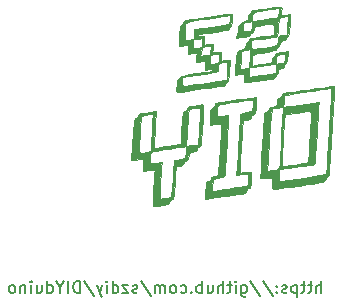
<source format=gbr>
G04 #@! TF.FileFunction,Legend,Bot*
%FSLAX46Y46*%
G04 Gerber Fmt 4.6, Leading zero omitted, Abs format (unit mm)*
G04 Created by KiCad (PCBNEW 4.0.5+dfsg1-4) date Mon Jun 12 21:47:57 2017*
%MOMM*%
%LPD*%
G01*
G04 APERTURE LIST*
%ADD10C,0.100000*%
%ADD11C,0.150000*%
%ADD12C,0.010000*%
G04 APERTURE END LIST*
D10*
D11*
X170568876Y-120111781D02*
X170568876Y-119111781D01*
X170140304Y-120111781D02*
X170140304Y-119587971D01*
X170187923Y-119492733D01*
X170283161Y-119445114D01*
X170426019Y-119445114D01*
X170521257Y-119492733D01*
X170568876Y-119540352D01*
X169806971Y-119445114D02*
X169426019Y-119445114D01*
X169664114Y-119111781D02*
X169664114Y-119968924D01*
X169616495Y-120064162D01*
X169521257Y-120111781D01*
X169426019Y-120111781D01*
X169235542Y-119445114D02*
X168854590Y-119445114D01*
X169092685Y-119111781D02*
X169092685Y-119968924D01*
X169045066Y-120064162D01*
X168949828Y-120111781D01*
X168854590Y-120111781D01*
X168521256Y-119445114D02*
X168521256Y-120445114D01*
X168521256Y-119492733D02*
X168426018Y-119445114D01*
X168235541Y-119445114D01*
X168140303Y-119492733D01*
X168092684Y-119540352D01*
X168045065Y-119635590D01*
X168045065Y-119921305D01*
X168092684Y-120016543D01*
X168140303Y-120064162D01*
X168235541Y-120111781D01*
X168426018Y-120111781D01*
X168521256Y-120064162D01*
X167664113Y-120064162D02*
X167568875Y-120111781D01*
X167378399Y-120111781D01*
X167283160Y-120064162D01*
X167235541Y-119968924D01*
X167235541Y-119921305D01*
X167283160Y-119826067D01*
X167378399Y-119778448D01*
X167521256Y-119778448D01*
X167616494Y-119730829D01*
X167664113Y-119635590D01*
X167664113Y-119587971D01*
X167616494Y-119492733D01*
X167521256Y-119445114D01*
X167378399Y-119445114D01*
X167283160Y-119492733D01*
X166806970Y-120016543D02*
X166759351Y-120064162D01*
X166806970Y-120111781D01*
X166854589Y-120064162D01*
X166806970Y-120016543D01*
X166806970Y-120111781D01*
X166806970Y-119492733D02*
X166759351Y-119540352D01*
X166806970Y-119587971D01*
X166854589Y-119540352D01*
X166806970Y-119492733D01*
X166806970Y-119587971D01*
X165616494Y-119064162D02*
X166473637Y-120349876D01*
X164568875Y-119064162D02*
X165426018Y-120349876D01*
X163806970Y-119445114D02*
X163806970Y-120254638D01*
X163854589Y-120349876D01*
X163902208Y-120397495D01*
X163997447Y-120445114D01*
X164140304Y-120445114D01*
X164235542Y-120397495D01*
X163806970Y-120064162D02*
X163902208Y-120111781D01*
X164092685Y-120111781D01*
X164187923Y-120064162D01*
X164235542Y-120016543D01*
X164283161Y-119921305D01*
X164283161Y-119635590D01*
X164235542Y-119540352D01*
X164187923Y-119492733D01*
X164092685Y-119445114D01*
X163902208Y-119445114D01*
X163806970Y-119492733D01*
X163330780Y-120111781D02*
X163330780Y-119445114D01*
X163330780Y-119111781D02*
X163378399Y-119159400D01*
X163330780Y-119207019D01*
X163283161Y-119159400D01*
X163330780Y-119111781D01*
X163330780Y-119207019D01*
X162997447Y-119445114D02*
X162616495Y-119445114D01*
X162854590Y-119111781D02*
X162854590Y-119968924D01*
X162806971Y-120064162D01*
X162711733Y-120111781D01*
X162616495Y-120111781D01*
X162283161Y-120111781D02*
X162283161Y-119111781D01*
X161854589Y-120111781D02*
X161854589Y-119587971D01*
X161902208Y-119492733D01*
X161997446Y-119445114D01*
X162140304Y-119445114D01*
X162235542Y-119492733D01*
X162283161Y-119540352D01*
X160949827Y-119445114D02*
X160949827Y-120111781D01*
X161378399Y-119445114D02*
X161378399Y-119968924D01*
X161330780Y-120064162D01*
X161235542Y-120111781D01*
X161092684Y-120111781D01*
X160997446Y-120064162D01*
X160949827Y-120016543D01*
X160473637Y-120111781D02*
X160473637Y-119111781D01*
X160473637Y-119492733D02*
X160378399Y-119445114D01*
X160187922Y-119445114D01*
X160092684Y-119492733D01*
X160045065Y-119540352D01*
X159997446Y-119635590D01*
X159997446Y-119921305D01*
X160045065Y-120016543D01*
X160092684Y-120064162D01*
X160187922Y-120111781D01*
X160378399Y-120111781D01*
X160473637Y-120064162D01*
X159568875Y-120016543D02*
X159521256Y-120064162D01*
X159568875Y-120111781D01*
X159616494Y-120064162D01*
X159568875Y-120016543D01*
X159568875Y-120111781D01*
X158664113Y-120064162D02*
X158759351Y-120111781D01*
X158949828Y-120111781D01*
X159045066Y-120064162D01*
X159092685Y-120016543D01*
X159140304Y-119921305D01*
X159140304Y-119635590D01*
X159092685Y-119540352D01*
X159045066Y-119492733D01*
X158949828Y-119445114D01*
X158759351Y-119445114D01*
X158664113Y-119492733D01*
X158092685Y-120111781D02*
X158187923Y-120064162D01*
X158235542Y-120016543D01*
X158283161Y-119921305D01*
X158283161Y-119635590D01*
X158235542Y-119540352D01*
X158187923Y-119492733D01*
X158092685Y-119445114D01*
X157949827Y-119445114D01*
X157854589Y-119492733D01*
X157806970Y-119540352D01*
X157759351Y-119635590D01*
X157759351Y-119921305D01*
X157806970Y-120016543D01*
X157854589Y-120064162D01*
X157949827Y-120111781D01*
X158092685Y-120111781D01*
X157330780Y-120111781D02*
X157330780Y-119445114D01*
X157330780Y-119540352D02*
X157283161Y-119492733D01*
X157187923Y-119445114D01*
X157045065Y-119445114D01*
X156949827Y-119492733D01*
X156902208Y-119587971D01*
X156902208Y-120111781D01*
X156902208Y-119587971D02*
X156854589Y-119492733D01*
X156759351Y-119445114D01*
X156616494Y-119445114D01*
X156521256Y-119492733D01*
X156473637Y-119587971D01*
X156473637Y-120111781D01*
X155283161Y-119064162D02*
X156140304Y-120349876D01*
X154997447Y-120064162D02*
X154902209Y-120111781D01*
X154711733Y-120111781D01*
X154616494Y-120064162D01*
X154568875Y-119968924D01*
X154568875Y-119921305D01*
X154616494Y-119826067D01*
X154711733Y-119778448D01*
X154854590Y-119778448D01*
X154949828Y-119730829D01*
X154997447Y-119635590D01*
X154997447Y-119587971D01*
X154949828Y-119492733D01*
X154854590Y-119445114D01*
X154711733Y-119445114D01*
X154616494Y-119492733D01*
X154235542Y-119445114D02*
X153711732Y-119445114D01*
X154235542Y-120111781D01*
X153711732Y-120111781D01*
X152902208Y-120111781D02*
X152902208Y-119111781D01*
X152902208Y-120064162D02*
X152997446Y-120111781D01*
X153187923Y-120111781D01*
X153283161Y-120064162D01*
X153330780Y-120016543D01*
X153378399Y-119921305D01*
X153378399Y-119635590D01*
X153330780Y-119540352D01*
X153283161Y-119492733D01*
X153187923Y-119445114D01*
X152997446Y-119445114D01*
X152902208Y-119492733D01*
X152426018Y-120111781D02*
X152426018Y-119445114D01*
X152426018Y-119111781D02*
X152473637Y-119159400D01*
X152426018Y-119207019D01*
X152378399Y-119159400D01*
X152426018Y-119111781D01*
X152426018Y-119207019D01*
X152045066Y-119445114D02*
X151806971Y-120111781D01*
X151568875Y-119445114D02*
X151806971Y-120111781D01*
X151902209Y-120349876D01*
X151949828Y-120397495D01*
X152045066Y-120445114D01*
X150473637Y-119064162D02*
X151330780Y-120349876D01*
X150140304Y-120111781D02*
X150140304Y-119111781D01*
X149902209Y-119111781D01*
X149759351Y-119159400D01*
X149664113Y-119254638D01*
X149616494Y-119349876D01*
X149568875Y-119540352D01*
X149568875Y-119683210D01*
X149616494Y-119873686D01*
X149664113Y-119968924D01*
X149759351Y-120064162D01*
X149902209Y-120111781D01*
X150140304Y-120111781D01*
X149140304Y-120111781D02*
X149140304Y-119111781D01*
X148473638Y-119635590D02*
X148473638Y-120111781D01*
X148806971Y-119111781D02*
X148473638Y-119635590D01*
X148140304Y-119111781D01*
X147378399Y-120111781D02*
X147378399Y-119111781D01*
X147378399Y-120064162D02*
X147473637Y-120111781D01*
X147664114Y-120111781D01*
X147759352Y-120064162D01*
X147806971Y-120016543D01*
X147854590Y-119921305D01*
X147854590Y-119635590D01*
X147806971Y-119540352D01*
X147759352Y-119492733D01*
X147664114Y-119445114D01*
X147473637Y-119445114D01*
X147378399Y-119492733D01*
X146473637Y-119445114D02*
X146473637Y-120111781D01*
X146902209Y-119445114D02*
X146902209Y-119968924D01*
X146854590Y-120064162D01*
X146759352Y-120111781D01*
X146616494Y-120111781D01*
X146521256Y-120064162D01*
X146473637Y-120016543D01*
X145997447Y-120111781D02*
X145997447Y-119445114D01*
X145997447Y-119111781D02*
X146045066Y-119159400D01*
X145997447Y-119207019D01*
X145949828Y-119159400D01*
X145997447Y-119111781D01*
X145997447Y-119207019D01*
X145521257Y-119445114D02*
X145521257Y-120111781D01*
X145521257Y-119540352D02*
X145473638Y-119492733D01*
X145378400Y-119445114D01*
X145235542Y-119445114D01*
X145140304Y-119492733D01*
X145092685Y-119587971D01*
X145092685Y-120111781D01*
X144473638Y-120111781D02*
X144568876Y-120064162D01*
X144616495Y-120016543D01*
X144664114Y-119921305D01*
X144664114Y-119635590D01*
X144616495Y-119540352D01*
X144568876Y-119492733D01*
X144473638Y-119445114D01*
X144330780Y-119445114D01*
X144235542Y-119492733D01*
X144187923Y-119540352D01*
X144140304Y-119635590D01*
X144140304Y-119921305D01*
X144187923Y-120016543D01*
X144235542Y-120064162D01*
X144330780Y-120111781D01*
X144473638Y-120111781D01*
D12*
G36*
X160427275Y-104160594D02*
X160289622Y-104191458D01*
X160040662Y-104229793D01*
X159773820Y-104262730D01*
X159475415Y-104302513D01*
X159306618Y-104350402D01*
X159227956Y-104423722D01*
X159203278Y-104513167D01*
X159137432Y-104662108D01*
X159058090Y-104703667D01*
X158962031Y-104731246D01*
X158887716Y-104827669D01*
X158830659Y-105013462D01*
X158786378Y-105309154D01*
X158750387Y-105735272D01*
X158721522Y-106244304D01*
X158659981Y-107488609D01*
X158437157Y-107533971D01*
X158284930Y-107560589D01*
X158020601Y-107602791D01*
X157685784Y-107654362D01*
X157322095Y-107709087D01*
X156971146Y-107760752D01*
X156674551Y-107803142D01*
X156473926Y-107830043D01*
X156412432Y-107836333D01*
X156401630Y-107758294D01*
X156403612Y-107549601D01*
X156417604Y-107248390D01*
X156427428Y-107095500D01*
X156457258Y-106646650D01*
X156489827Y-106127103D01*
X156518998Y-105635261D01*
X156524138Y-105544346D01*
X156557607Y-104945721D01*
X156332109Y-104945721D01*
X156279371Y-105692527D01*
X156248086Y-106141216D01*
X156212377Y-106661935D01*
X156178879Y-107157741D01*
X156171917Y-107262105D01*
X156117201Y-108084877D01*
X155768767Y-108163205D01*
X155467313Y-108230104D01*
X155274275Y-108250816D01*
X155168350Y-108200008D01*
X155128236Y-108052349D01*
X155132631Y-107782505D01*
X155155716Y-107434167D01*
X155201189Y-106750291D01*
X155237618Y-106216445D01*
X155267736Y-105813734D01*
X155294274Y-105523265D01*
X155319964Y-105326144D01*
X155347536Y-105203477D01*
X155379724Y-105136369D01*
X155419257Y-105105927D01*
X155468868Y-105093258D01*
X155494844Y-105088394D01*
X155697967Y-105050707D01*
X155962402Y-105005558D01*
X156003221Y-104998905D01*
X156332109Y-104945721D01*
X156557607Y-104945721D01*
X156569444Y-104734025D01*
X156079555Y-104791959D01*
X155632527Y-104850925D01*
X155329816Y-104908496D01*
X155146675Y-104972803D01*
X155058356Y-105051976D01*
X155039333Y-105133727D01*
X154975536Y-105271575D01*
X154882491Y-105296333D01*
X154827400Y-105308324D01*
X154781926Y-105356109D01*
X154743785Y-105457408D01*
X154710695Y-105629939D01*
X154680373Y-105891423D01*
X154650536Y-106259579D01*
X154618901Y-106752125D01*
X154583185Y-107386782D01*
X154561956Y-107784277D01*
X154504303Y-108875222D01*
X155462667Y-108755482D01*
X155462667Y-109781070D01*
X155982078Y-109726781D01*
X156501490Y-109672492D01*
X156450934Y-110130246D01*
X156426575Y-110397287D01*
X156398142Y-110781126D01*
X156369254Y-111229403D01*
X156344673Y-111667500D01*
X156288966Y-112747000D01*
X156531983Y-112736942D01*
X156759682Y-112715545D01*
X157062340Y-112672621D01*
X157215650Y-112646430D01*
X157517359Y-112568323D01*
X157675534Y-112465226D01*
X157706814Y-112406819D01*
X157823001Y-112248502D01*
X157912533Y-112198402D01*
X157991249Y-112146900D01*
X158045713Y-112029807D01*
X158084707Y-111813955D01*
X158117016Y-111466178D01*
X158121085Y-111410904D01*
X158153792Y-110962694D01*
X158189826Y-110475621D01*
X158221793Y-110049571D01*
X158223954Y-110021110D01*
X158273475Y-109369553D01*
X158582571Y-109343776D01*
X158799688Y-109303136D01*
X158898057Y-109208974D01*
X158918722Y-109127500D01*
X158984568Y-108978558D01*
X159063910Y-108937000D01*
X159204252Y-108861056D01*
X159311351Y-108667954D01*
X159357147Y-108409791D01*
X159357333Y-108392233D01*
X159390760Y-108227799D01*
X159521551Y-108176089D01*
X159562075Y-108175000D01*
X159861751Y-108134129D01*
X160013748Y-108011260D01*
X160034667Y-107911941D01*
X160087980Y-107779672D01*
X160156670Y-107751667D01*
X160302750Y-107697120D01*
X160333798Y-107662473D01*
X160356486Y-107553515D01*
X160385467Y-107308529D01*
X160418557Y-106959022D01*
X160453575Y-106536499D01*
X160488338Y-106072467D01*
X160520663Y-105598431D01*
X160548368Y-105145897D01*
X160569269Y-104746373D01*
X160577392Y-104531633D01*
X160321712Y-104531633D01*
X160312539Y-104758614D01*
X160295537Y-105088893D01*
X160272755Y-105489684D01*
X160246243Y-105928198D01*
X160218050Y-106371648D01*
X160190225Y-106787247D01*
X160164818Y-107142207D01*
X160143879Y-107403741D01*
X160129456Y-107539062D01*
X160126648Y-107550230D01*
X160046052Y-107564320D01*
X159844061Y-107590581D01*
X159615276Y-107617489D01*
X159111219Y-107674516D01*
X159086109Y-108199925D01*
X159061000Y-108725333D01*
X158610962Y-108780260D01*
X158352109Y-108818036D01*
X158170696Y-108856055D01*
X158120060Y-108876051D01*
X158101915Y-108969676D01*
X158076476Y-109204770D01*
X158046156Y-109553747D01*
X158013368Y-109989021D01*
X157982990Y-110443665D01*
X157886783Y-111970415D01*
X157415558Y-112051506D01*
X157153162Y-112097504D01*
X156968083Y-112131529D01*
X156911229Y-112143466D01*
X156902992Y-112068276D01*
X156903642Y-111854687D01*
X156912551Y-111533365D01*
X156929086Y-111134977D01*
X156934060Y-111032500D01*
X156959474Y-110566622D01*
X156987780Y-110118355D01*
X157015596Y-109737538D01*
X157039536Y-109474013D01*
X157040385Y-109466449D01*
X157090774Y-109022231D01*
X156573054Y-109076343D01*
X156055333Y-109130456D01*
X156055333Y-108874978D01*
X156073435Y-108588796D01*
X156105774Y-108367299D01*
X156137654Y-108245241D01*
X156197498Y-108164441D01*
X156320415Y-108108912D01*
X156541519Y-108062668D01*
X156888940Y-108010717D01*
X157284774Y-107951993D01*
X157672239Y-107890610D01*
X157979365Y-107838049D01*
X158028001Y-107829001D01*
X158340494Y-107781261D01*
X158637998Y-107754067D01*
X158721504Y-107751667D01*
X158935875Y-107722950D01*
X159070480Y-107653089D01*
X159075751Y-107645833D01*
X159102961Y-107529829D01*
X159136341Y-107274664D01*
X159172827Y-106910260D01*
X159209353Y-106466538D01*
X159236244Y-106079226D01*
X159269270Y-105599476D01*
X159302560Y-105180620D01*
X159333500Y-104851021D01*
X159359473Y-104639042D01*
X159375129Y-104572982D01*
X159483274Y-104530171D01*
X159689179Y-104486192D01*
X159933420Y-104449352D01*
X160156572Y-104427959D01*
X160299210Y-104430323D01*
X160321007Y-104440739D01*
X160321712Y-104531633D01*
X160577392Y-104531633D01*
X160581185Y-104431363D01*
X160581933Y-104232373D01*
X160575076Y-104179609D01*
X160475546Y-104148725D01*
X160427275Y-104160594D01*
X160427275Y-104160594D01*
G37*
X160427275Y-104160594D02*
X160289622Y-104191458D01*
X160040662Y-104229793D01*
X159773820Y-104262730D01*
X159475415Y-104302513D01*
X159306618Y-104350402D01*
X159227956Y-104423722D01*
X159203278Y-104513167D01*
X159137432Y-104662108D01*
X159058090Y-104703667D01*
X158962031Y-104731246D01*
X158887716Y-104827669D01*
X158830659Y-105013462D01*
X158786378Y-105309154D01*
X158750387Y-105735272D01*
X158721522Y-106244304D01*
X158659981Y-107488609D01*
X158437157Y-107533971D01*
X158284930Y-107560589D01*
X158020601Y-107602791D01*
X157685784Y-107654362D01*
X157322095Y-107709087D01*
X156971146Y-107760752D01*
X156674551Y-107803142D01*
X156473926Y-107830043D01*
X156412432Y-107836333D01*
X156401630Y-107758294D01*
X156403612Y-107549601D01*
X156417604Y-107248390D01*
X156427428Y-107095500D01*
X156457258Y-106646650D01*
X156489827Y-106127103D01*
X156518998Y-105635261D01*
X156524138Y-105544346D01*
X156557607Y-104945721D01*
X156332109Y-104945721D01*
X156279371Y-105692527D01*
X156248086Y-106141216D01*
X156212377Y-106661935D01*
X156178879Y-107157741D01*
X156171917Y-107262105D01*
X156117201Y-108084877D01*
X155768767Y-108163205D01*
X155467313Y-108230104D01*
X155274275Y-108250816D01*
X155168350Y-108200008D01*
X155128236Y-108052349D01*
X155132631Y-107782505D01*
X155155716Y-107434167D01*
X155201189Y-106750291D01*
X155237618Y-106216445D01*
X155267736Y-105813734D01*
X155294274Y-105523265D01*
X155319964Y-105326144D01*
X155347536Y-105203477D01*
X155379724Y-105136369D01*
X155419257Y-105105927D01*
X155468868Y-105093258D01*
X155494844Y-105088394D01*
X155697967Y-105050707D01*
X155962402Y-105005558D01*
X156003221Y-104998905D01*
X156332109Y-104945721D01*
X156557607Y-104945721D01*
X156569444Y-104734025D01*
X156079555Y-104791959D01*
X155632527Y-104850925D01*
X155329816Y-104908496D01*
X155146675Y-104972803D01*
X155058356Y-105051976D01*
X155039333Y-105133727D01*
X154975536Y-105271575D01*
X154882491Y-105296333D01*
X154827400Y-105308324D01*
X154781926Y-105356109D01*
X154743785Y-105457408D01*
X154710695Y-105629939D01*
X154680373Y-105891423D01*
X154650536Y-106259579D01*
X154618901Y-106752125D01*
X154583185Y-107386782D01*
X154561956Y-107784277D01*
X154504303Y-108875222D01*
X155462667Y-108755482D01*
X155462667Y-109781070D01*
X155982078Y-109726781D01*
X156501490Y-109672492D01*
X156450934Y-110130246D01*
X156426575Y-110397287D01*
X156398142Y-110781126D01*
X156369254Y-111229403D01*
X156344673Y-111667500D01*
X156288966Y-112747000D01*
X156531983Y-112736942D01*
X156759682Y-112715545D01*
X157062340Y-112672621D01*
X157215650Y-112646430D01*
X157517359Y-112568323D01*
X157675534Y-112465226D01*
X157706814Y-112406819D01*
X157823001Y-112248502D01*
X157912533Y-112198402D01*
X157991249Y-112146900D01*
X158045713Y-112029807D01*
X158084707Y-111813955D01*
X158117016Y-111466178D01*
X158121085Y-111410904D01*
X158153792Y-110962694D01*
X158189826Y-110475621D01*
X158221793Y-110049571D01*
X158223954Y-110021110D01*
X158273475Y-109369553D01*
X158582571Y-109343776D01*
X158799688Y-109303136D01*
X158898057Y-109208974D01*
X158918722Y-109127500D01*
X158984568Y-108978558D01*
X159063910Y-108937000D01*
X159204252Y-108861056D01*
X159311351Y-108667954D01*
X159357147Y-108409791D01*
X159357333Y-108392233D01*
X159390760Y-108227799D01*
X159521551Y-108176089D01*
X159562075Y-108175000D01*
X159861751Y-108134129D01*
X160013748Y-108011260D01*
X160034667Y-107911941D01*
X160087980Y-107779672D01*
X160156670Y-107751667D01*
X160302750Y-107697120D01*
X160333798Y-107662473D01*
X160356486Y-107553515D01*
X160385467Y-107308529D01*
X160418557Y-106959022D01*
X160453575Y-106536499D01*
X160488338Y-106072467D01*
X160520663Y-105598431D01*
X160548368Y-105145897D01*
X160569269Y-104746373D01*
X160577392Y-104531633D01*
X160321712Y-104531633D01*
X160312539Y-104758614D01*
X160295537Y-105088893D01*
X160272755Y-105489684D01*
X160246243Y-105928198D01*
X160218050Y-106371648D01*
X160190225Y-106787247D01*
X160164818Y-107142207D01*
X160143879Y-107403741D01*
X160129456Y-107539062D01*
X160126648Y-107550230D01*
X160046052Y-107564320D01*
X159844061Y-107590581D01*
X159615276Y-107617489D01*
X159111219Y-107674516D01*
X159086109Y-108199925D01*
X159061000Y-108725333D01*
X158610962Y-108780260D01*
X158352109Y-108818036D01*
X158170696Y-108856055D01*
X158120060Y-108876051D01*
X158101915Y-108969676D01*
X158076476Y-109204770D01*
X158046156Y-109553747D01*
X158013368Y-109989021D01*
X157982990Y-110443665D01*
X157886783Y-111970415D01*
X157415558Y-112051506D01*
X157153162Y-112097504D01*
X156968083Y-112131529D01*
X156911229Y-112143466D01*
X156902992Y-112068276D01*
X156903642Y-111854687D01*
X156912551Y-111533365D01*
X156929086Y-111134977D01*
X156934060Y-111032500D01*
X156959474Y-110566622D01*
X156987780Y-110118355D01*
X157015596Y-109737538D01*
X157039536Y-109474013D01*
X157040385Y-109466449D01*
X157090774Y-109022231D01*
X156573054Y-109076343D01*
X156055333Y-109130456D01*
X156055333Y-108874978D01*
X156073435Y-108588796D01*
X156105774Y-108367299D01*
X156137654Y-108245241D01*
X156197498Y-108164441D01*
X156320415Y-108108912D01*
X156541519Y-108062668D01*
X156888940Y-108010717D01*
X157284774Y-107951993D01*
X157672239Y-107890610D01*
X157979365Y-107838049D01*
X158028001Y-107829001D01*
X158340494Y-107781261D01*
X158637998Y-107754067D01*
X158721504Y-107751667D01*
X158935875Y-107722950D01*
X159070480Y-107653089D01*
X159075751Y-107645833D01*
X159102961Y-107529829D01*
X159136341Y-107274664D01*
X159172827Y-106910260D01*
X159209353Y-106466538D01*
X159236244Y-106079226D01*
X159269270Y-105599476D01*
X159302560Y-105180620D01*
X159333500Y-104851021D01*
X159359473Y-104639042D01*
X159375129Y-104572982D01*
X159483274Y-104530171D01*
X159689179Y-104486192D01*
X159933420Y-104449352D01*
X160156572Y-104427959D01*
X160299210Y-104430323D01*
X160321007Y-104440739D01*
X160321712Y-104531633D01*
X160577392Y-104531633D01*
X160581185Y-104431363D01*
X160581933Y-104232373D01*
X160575076Y-104179609D01*
X160475546Y-104148725D01*
X160427275Y-104160594D01*
G36*
X164712500Y-103570495D02*
X164447002Y-103606878D01*
X164106604Y-103655669D01*
X163887000Y-103688093D01*
X163548708Y-103736984D01*
X163127076Y-103795448D01*
X162706758Y-103851771D01*
X162659333Y-103857973D01*
X162211427Y-103917866D01*
X161904915Y-103965373D01*
X161713092Y-104008487D01*
X161609249Y-104055202D01*
X161566679Y-104113510D01*
X161558667Y-104187405D01*
X161487941Y-104337753D01*
X161402174Y-104386174D01*
X161269196Y-104499559D01*
X161182383Y-104761868D01*
X161140190Y-105179168D01*
X161135333Y-105434917D01*
X161135333Y-105891001D01*
X161495167Y-105834096D01*
X161810175Y-105787155D01*
X161992745Y-105779253D01*
X162077757Y-105823385D01*
X162100092Y-105932549D01*
X162096961Y-106058333D01*
X162064119Y-106792128D01*
X162026696Y-107501462D01*
X161986204Y-108166775D01*
X161944157Y-108768506D01*
X161902071Y-109287095D01*
X161861459Y-109702980D01*
X161823834Y-109996601D01*
X161790713Y-110148398D01*
X161779072Y-110165021D01*
X161631107Y-110202942D01*
X161452833Y-110243875D01*
X161264745Y-110336050D01*
X161220000Y-110462613D01*
X161159719Y-110602609D01*
X161048010Y-110630333D01*
X160892799Y-110675653D01*
X160842584Y-110736167D01*
X160810625Y-110901253D01*
X160782923Y-111154609D01*
X160761767Y-111449831D01*
X160749445Y-111740518D01*
X160748243Y-111980267D01*
X160760451Y-112122675D01*
X160773231Y-112142803D01*
X160900812Y-112122907D01*
X161050667Y-112100961D01*
X161245531Y-112072825D01*
X161538666Y-112030248D01*
X161812667Y-111990317D01*
X162174617Y-111938507D01*
X162614884Y-111876937D01*
X163043923Y-111818118D01*
X163082667Y-111812882D01*
X163529741Y-111751539D01*
X163835688Y-111704161D01*
X164027261Y-111662585D01*
X164131214Y-111618646D01*
X164174301Y-111564181D01*
X164183276Y-111491024D01*
X164183333Y-111477000D01*
X164259481Y-111320837D01*
X164395000Y-111257768D01*
X164482426Y-111232470D01*
X164543337Y-111189645D01*
X164583142Y-111101728D01*
X164607250Y-110941152D01*
X164621070Y-110680354D01*
X164630009Y-110291768D01*
X164634395Y-110037667D01*
X164620626Y-109911716D01*
X164551770Y-109846861D01*
X164394629Y-109835446D01*
X164116008Y-109869816D01*
X163992833Y-109889720D01*
X163675333Y-109942354D01*
X163676565Y-109545510D01*
X163683004Y-109339028D01*
X163700225Y-108996813D01*
X163726275Y-108551986D01*
X163759201Y-108037668D01*
X163797050Y-107486979D01*
X163802333Y-107413000D01*
X163839973Y-106884772D01*
X163873167Y-106411968D01*
X163900076Y-106021377D01*
X163918859Y-105739790D01*
X163927675Y-105593995D01*
X163928102Y-105582321D01*
X164003816Y-105510899D01*
X164191515Y-105447837D01*
X164268000Y-105433154D01*
X164495890Y-105376631D01*
X164593874Y-105287694D01*
X164606667Y-105210666D01*
X164667851Y-105068766D01*
X164765417Y-105042333D01*
X164887527Y-104983639D01*
X164969964Y-104798453D01*
X165016264Y-104473120D01*
X165030000Y-104021073D01*
X165030000Y-103755386D01*
X164784956Y-103755386D01*
X164759312Y-104248584D01*
X164733667Y-104741782D01*
X164232357Y-104828558D01*
X163962786Y-104887615D01*
X163771954Y-104952824D01*
X163708340Y-105000000D01*
X163697800Y-105105819D01*
X163680820Y-105355494D01*
X163658874Y-105723734D01*
X163633437Y-106185247D01*
X163605983Y-106714741D01*
X163592324Y-106989667D01*
X163562168Y-107585306D01*
X163531047Y-108164663D01*
X163501003Y-108692267D01*
X163474074Y-109132649D01*
X163452301Y-109450341D01*
X163446918Y-109518352D01*
X163394821Y-110142037D01*
X163928614Y-110080083D01*
X164462407Y-110018130D01*
X164407537Y-110292482D01*
X164367391Y-110568741D01*
X164352667Y-110802808D01*
X164355169Y-110891648D01*
X164346803Y-110956639D01*
X164303764Y-111005239D01*
X164202245Y-111044907D01*
X164018439Y-111083099D01*
X163728539Y-111127273D01*
X163308740Y-111184887D01*
X162998000Y-111227175D01*
X162616919Y-111281761D01*
X162255898Y-111337601D01*
X161981575Y-111384297D01*
X161939667Y-111392274D01*
X161610022Y-111454017D01*
X161416060Y-111465183D01*
X161326813Y-111405237D01*
X161311316Y-111253644D01*
X161338190Y-110993404D01*
X161385258Y-110719903D01*
X161447457Y-110518575D01*
X161493965Y-110448661D01*
X161632324Y-110401438D01*
X161869674Y-110351752D01*
X161999118Y-110331646D01*
X162248557Y-110285389D01*
X162370356Y-110220376D01*
X162406115Y-110112265D01*
X162406618Y-110093222D01*
X162412731Y-109956300D01*
X162429067Y-109678602D01*
X162453831Y-109288257D01*
X162485225Y-108813393D01*
X162521454Y-108282140D01*
X162531832Y-108132667D01*
X162570161Y-107552559D01*
X162603857Y-106984967D01*
X162630945Y-106467895D01*
X162649451Y-106039347D01*
X162657400Y-105737328D01*
X162657548Y-105712701D01*
X162659333Y-105070735D01*
X162193667Y-105109352D01*
X161728000Y-105147968D01*
X161729156Y-104819984D01*
X161733042Y-104555940D01*
X161759795Y-104369255D01*
X161835324Y-104241391D01*
X161985541Y-104153810D01*
X162236356Y-104087973D01*
X162613677Y-104025341D01*
X162898192Y-103983544D01*
X163349135Y-103919530D01*
X163779467Y-103861791D01*
X164139952Y-103816730D01*
X164378312Y-103791017D01*
X164784956Y-103755386D01*
X165030000Y-103755386D01*
X165030000Y-103528979D01*
X164712500Y-103570495D01*
X164712500Y-103570495D01*
G37*
X164712500Y-103570495D02*
X164447002Y-103606878D01*
X164106604Y-103655669D01*
X163887000Y-103688093D01*
X163548708Y-103736984D01*
X163127076Y-103795448D01*
X162706758Y-103851771D01*
X162659333Y-103857973D01*
X162211427Y-103917866D01*
X161904915Y-103965373D01*
X161713092Y-104008487D01*
X161609249Y-104055202D01*
X161566679Y-104113510D01*
X161558667Y-104187405D01*
X161487941Y-104337753D01*
X161402174Y-104386174D01*
X161269196Y-104499559D01*
X161182383Y-104761868D01*
X161140190Y-105179168D01*
X161135333Y-105434917D01*
X161135333Y-105891001D01*
X161495167Y-105834096D01*
X161810175Y-105787155D01*
X161992745Y-105779253D01*
X162077757Y-105823385D01*
X162100092Y-105932549D01*
X162096961Y-106058333D01*
X162064119Y-106792128D01*
X162026696Y-107501462D01*
X161986204Y-108166775D01*
X161944157Y-108768506D01*
X161902071Y-109287095D01*
X161861459Y-109702980D01*
X161823834Y-109996601D01*
X161790713Y-110148398D01*
X161779072Y-110165021D01*
X161631107Y-110202942D01*
X161452833Y-110243875D01*
X161264745Y-110336050D01*
X161220000Y-110462613D01*
X161159719Y-110602609D01*
X161048010Y-110630333D01*
X160892799Y-110675653D01*
X160842584Y-110736167D01*
X160810625Y-110901253D01*
X160782923Y-111154609D01*
X160761767Y-111449831D01*
X160749445Y-111740518D01*
X160748243Y-111980267D01*
X160760451Y-112122675D01*
X160773231Y-112142803D01*
X160900812Y-112122907D01*
X161050667Y-112100961D01*
X161245531Y-112072825D01*
X161538666Y-112030248D01*
X161812667Y-111990317D01*
X162174617Y-111938507D01*
X162614884Y-111876937D01*
X163043923Y-111818118D01*
X163082667Y-111812882D01*
X163529741Y-111751539D01*
X163835688Y-111704161D01*
X164027261Y-111662585D01*
X164131214Y-111618646D01*
X164174301Y-111564181D01*
X164183276Y-111491024D01*
X164183333Y-111477000D01*
X164259481Y-111320837D01*
X164395000Y-111257768D01*
X164482426Y-111232470D01*
X164543337Y-111189645D01*
X164583142Y-111101728D01*
X164607250Y-110941152D01*
X164621070Y-110680354D01*
X164630009Y-110291768D01*
X164634395Y-110037667D01*
X164620626Y-109911716D01*
X164551770Y-109846861D01*
X164394629Y-109835446D01*
X164116008Y-109869816D01*
X163992833Y-109889720D01*
X163675333Y-109942354D01*
X163676565Y-109545510D01*
X163683004Y-109339028D01*
X163700225Y-108996813D01*
X163726275Y-108551986D01*
X163759201Y-108037668D01*
X163797050Y-107486979D01*
X163802333Y-107413000D01*
X163839973Y-106884772D01*
X163873167Y-106411968D01*
X163900076Y-106021377D01*
X163918859Y-105739790D01*
X163927675Y-105593995D01*
X163928102Y-105582321D01*
X164003816Y-105510899D01*
X164191515Y-105447837D01*
X164268000Y-105433154D01*
X164495890Y-105376631D01*
X164593874Y-105287694D01*
X164606667Y-105210666D01*
X164667851Y-105068766D01*
X164765417Y-105042333D01*
X164887527Y-104983639D01*
X164969964Y-104798453D01*
X165016264Y-104473120D01*
X165030000Y-104021073D01*
X165030000Y-103755386D01*
X164784956Y-103755386D01*
X164759312Y-104248584D01*
X164733667Y-104741782D01*
X164232357Y-104828558D01*
X163962786Y-104887615D01*
X163771954Y-104952824D01*
X163708340Y-105000000D01*
X163697800Y-105105819D01*
X163680820Y-105355494D01*
X163658874Y-105723734D01*
X163633437Y-106185247D01*
X163605983Y-106714741D01*
X163592324Y-106989667D01*
X163562168Y-107585306D01*
X163531047Y-108164663D01*
X163501003Y-108692267D01*
X163474074Y-109132649D01*
X163452301Y-109450341D01*
X163446918Y-109518352D01*
X163394821Y-110142037D01*
X163928614Y-110080083D01*
X164462407Y-110018130D01*
X164407537Y-110292482D01*
X164367391Y-110568741D01*
X164352667Y-110802808D01*
X164355169Y-110891648D01*
X164346803Y-110956639D01*
X164303764Y-111005239D01*
X164202245Y-111044907D01*
X164018439Y-111083099D01*
X163728539Y-111127273D01*
X163308740Y-111184887D01*
X162998000Y-111227175D01*
X162616919Y-111281761D01*
X162255898Y-111337601D01*
X161981575Y-111384297D01*
X161939667Y-111392274D01*
X161610022Y-111454017D01*
X161416060Y-111465183D01*
X161326813Y-111405237D01*
X161311316Y-111253644D01*
X161338190Y-110993404D01*
X161385258Y-110719903D01*
X161447457Y-110518575D01*
X161493965Y-110448661D01*
X161632324Y-110401438D01*
X161869674Y-110351752D01*
X161999118Y-110331646D01*
X162248557Y-110285389D01*
X162370356Y-110220376D01*
X162406115Y-110112265D01*
X162406618Y-110093222D01*
X162412731Y-109956300D01*
X162429067Y-109678602D01*
X162453831Y-109288257D01*
X162485225Y-108813393D01*
X162521454Y-108282140D01*
X162531832Y-108132667D01*
X162570161Y-107552559D01*
X162603857Y-106984967D01*
X162630945Y-106467895D01*
X162649451Y-106039347D01*
X162657400Y-105737328D01*
X162657548Y-105712701D01*
X162659333Y-105070735D01*
X162193667Y-105109352D01*
X161728000Y-105147968D01*
X161729156Y-104819984D01*
X161733042Y-104555940D01*
X161759795Y-104369255D01*
X161835324Y-104241391D01*
X161985541Y-104153810D01*
X162236356Y-104087973D01*
X162613677Y-104025341D01*
X162898192Y-103983544D01*
X163349135Y-103919530D01*
X163779467Y-103861791D01*
X164139952Y-103816730D01*
X164378312Y-103791017D01*
X164784956Y-103755386D01*
X165030000Y-103755386D01*
X165030000Y-103528979D01*
X164712500Y-103570495D01*
G36*
X171367809Y-102617807D02*
X171073040Y-102657382D01*
X171025696Y-102664520D01*
X170599929Y-102728259D01*
X170122715Y-102797708D01*
X169771333Y-102847470D01*
X169367344Y-102904550D01*
X168944012Y-102965805D01*
X168628333Y-103012670D01*
X168255558Y-103066509D01*
X167866342Y-103118779D01*
X167680770Y-103141901D01*
X167414757Y-103185096D01*
X167275357Y-103247331D01*
X167219871Y-103350204D01*
X167215103Y-103377433D01*
X167117270Y-103542755D01*
X166998500Y-103587722D01*
X166872627Y-103632992D01*
X166818165Y-103754012D01*
X166808000Y-103946555D01*
X166797221Y-104160184D01*
X166732739Y-104265088D01*
X166566339Y-104316209D01*
X166469333Y-104332487D01*
X166238796Y-104390857D01*
X166141058Y-104482456D01*
X166130667Y-104547250D01*
X166055964Y-104701261D01*
X165919000Y-104788333D01*
X165751173Y-104909076D01*
X165707034Y-105103738D01*
X165701645Y-105254812D01*
X165686723Y-105546959D01*
X165663864Y-105952281D01*
X165634664Y-106442884D01*
X165600717Y-106990871D01*
X165584643Y-107243667D01*
X165547136Y-107839916D01*
X165511880Y-108420796D01*
X165480944Y-108950663D01*
X165456394Y-109393871D01*
X165440297Y-109714776D01*
X165437354Y-109783667D01*
X165412155Y-110418667D01*
X165898411Y-110389676D01*
X166384667Y-110360686D01*
X166384667Y-110834176D01*
X166390525Y-111089412D01*
X166430771Y-111237388D01*
X166539410Y-111299165D01*
X166750448Y-111295797D01*
X167062000Y-111253600D01*
X167249179Y-111226640D01*
X167543005Y-111184809D01*
X167882439Y-111136793D01*
X167908667Y-111133095D01*
X168692480Y-111022156D01*
X169324740Y-110931000D01*
X169821653Y-110856380D01*
X170199424Y-110795051D01*
X170474261Y-110743764D01*
X170662369Y-110699273D01*
X170779955Y-110658332D01*
X170843224Y-110617692D01*
X170868384Y-110574108D01*
X170872000Y-110539395D01*
X170942860Y-110393725D01*
X171041333Y-110334000D01*
X171180005Y-110230610D01*
X171213166Y-110137794D01*
X171219157Y-110025547D01*
X171235274Y-109762368D01*
X171260354Y-109366279D01*
X171293232Y-108855306D01*
X171332744Y-108247471D01*
X171377727Y-107560799D01*
X171427016Y-106813314D01*
X171460210Y-106312432D01*
X171510749Y-105540654D01*
X171556419Y-104822427D01*
X171596217Y-104175062D01*
X171629143Y-103615873D01*
X171654195Y-103162170D01*
X171670373Y-102831268D01*
X171672207Y-102775744D01*
X171425642Y-102775744D01*
X171425143Y-102862490D01*
X171414415Y-103099035D01*
X171394569Y-103466226D01*
X171366717Y-103944908D01*
X171331971Y-104515927D01*
X171291444Y-105160131D01*
X171249789Y-105804333D01*
X171202532Y-106531992D01*
X171157739Y-107232797D01*
X171116933Y-107882107D01*
X171081634Y-108455280D01*
X171053365Y-108927675D01*
X171033646Y-109274651D01*
X171025267Y-109440392D01*
X170997530Y-110070783D01*
X170405598Y-110171762D01*
X170029470Y-110232534D01*
X169573498Y-110301342D01*
X169125832Y-110364956D01*
X169051667Y-110375004D01*
X168663025Y-110429644D01*
X168295992Y-110485508D01*
X168013595Y-110532877D01*
X167951000Y-110544733D01*
X167635183Y-110593079D01*
X167320006Y-110620380D01*
X167294833Y-110621266D01*
X166977333Y-110630333D01*
X166977333Y-110122333D01*
X166988851Y-109819669D01*
X167027392Y-109659040D01*
X167094244Y-109614333D01*
X167217978Y-109602191D01*
X167474046Y-109568956D01*
X167827440Y-109519419D01*
X168243150Y-109458368D01*
X168332000Y-109445000D01*
X168769992Y-109381480D01*
X169166494Y-109328822D01*
X169481607Y-109291996D01*
X169675435Y-109275969D01*
X169691759Y-109275667D01*
X169881882Y-109250749D01*
X169978839Y-109197733D01*
X170007757Y-109079924D01*
X170039080Y-108842079D01*
X170066485Y-108533272D01*
X170068843Y-108499233D01*
X170137997Y-107469479D01*
X170195901Y-106597569D01*
X170243215Y-105872435D01*
X170280598Y-105283007D01*
X170288193Y-105157423D01*
X169673722Y-105157423D01*
X169665666Y-105538549D01*
X169646663Y-106051638D01*
X169616438Y-106707078D01*
X169574714Y-107515263D01*
X169546438Y-108034532D01*
X169514797Y-108472457D01*
X169475376Y-108806896D01*
X169431607Y-109013834D01*
X169398362Y-109070791D01*
X169282390Y-109095648D01*
X169035052Y-109138425D01*
X168692617Y-109193128D01*
X168291353Y-109253764D01*
X168289667Y-109254012D01*
X167863342Y-109315843D01*
X167575931Y-109352271D01*
X167398847Y-109362750D01*
X167303504Y-109346738D01*
X167261317Y-109303689D01*
X167243883Y-109234101D01*
X167239348Y-109097404D01*
X167245124Y-108822474D01*
X167260040Y-108440024D01*
X167282922Y-107980765D01*
X167308540Y-107540348D01*
X167342589Y-107006745D01*
X167377199Y-106492364D01*
X167409550Y-106037191D01*
X167436820Y-105681213D01*
X167452184Y-105503976D01*
X167501389Y-104991952D01*
X168530528Y-104846042D01*
X168932424Y-104790025D01*
X169273718Y-104744264D01*
X169519199Y-104713353D01*
X169633657Y-104701889D01*
X169634970Y-104701899D01*
X169658098Y-104749488D01*
X169671107Y-104897866D01*
X169673722Y-105157423D01*
X170288193Y-105157423D01*
X170308709Y-104818217D01*
X170328206Y-104466994D01*
X170339749Y-104218270D01*
X170343995Y-104060975D01*
X170341605Y-103984040D01*
X170338272Y-103972383D01*
X170245025Y-103968727D01*
X170037198Y-103991735D01*
X169848946Y-104021332D01*
X169324818Y-104107110D01*
X168720872Y-104197832D01*
X168125673Y-104280526D01*
X167775505Y-104325026D01*
X167346009Y-104376762D01*
X167201952Y-106678048D01*
X167163744Y-107299412D01*
X167129497Y-107877510D01*
X167100603Y-108387117D01*
X167078454Y-108803007D01*
X167064442Y-109099953D01*
X167059947Y-109251521D01*
X167033495Y-109449425D01*
X166930188Y-109582759D01*
X166719471Y-109672965D01*
X166370792Y-109741488D01*
X166359317Y-109743218D01*
X166117578Y-109774883D01*
X166004027Y-109764289D01*
X165979732Y-109696465D01*
X165995731Y-109603407D01*
X166011699Y-109469110D01*
X166035607Y-109189259D01*
X166065777Y-108787361D01*
X166100528Y-108286921D01*
X166138178Y-107711447D01*
X166177049Y-107084444D01*
X166183647Y-106974609D01*
X166226068Y-106255171D01*
X166261183Y-105686842D01*
X166294400Y-105251880D01*
X166331132Y-104932539D01*
X166376788Y-104711075D01*
X166436779Y-104569743D01*
X166516515Y-104490799D01*
X166621408Y-104456498D01*
X166756868Y-104449095D01*
X166928305Y-104450847D01*
X166953188Y-104450823D01*
X167182580Y-104404337D01*
X167323913Y-104252897D01*
X167390722Y-103974985D01*
X167400667Y-103739402D01*
X167408912Y-103502804D01*
X167455763Y-103384468D01*
X167574390Y-103333409D01*
X167675833Y-103316466D01*
X168402911Y-103210854D01*
X169014676Y-103123489D01*
X169563197Y-103046977D01*
X169856000Y-103006952D01*
X170251548Y-102950556D01*
X170640901Y-102890567D01*
X170949721Y-102838516D01*
X170990189Y-102831036D01*
X171231780Y-102790344D01*
X171391455Y-102772712D01*
X171425642Y-102775744D01*
X171672207Y-102775744D01*
X171676675Y-102640478D01*
X171674906Y-102599683D01*
X171583015Y-102597117D01*
X171367809Y-102617807D01*
X171367809Y-102617807D01*
G37*
X171367809Y-102617807D02*
X171073040Y-102657382D01*
X171025696Y-102664520D01*
X170599929Y-102728259D01*
X170122715Y-102797708D01*
X169771333Y-102847470D01*
X169367344Y-102904550D01*
X168944012Y-102965805D01*
X168628333Y-103012670D01*
X168255558Y-103066509D01*
X167866342Y-103118779D01*
X167680770Y-103141901D01*
X167414757Y-103185096D01*
X167275357Y-103247331D01*
X167219871Y-103350204D01*
X167215103Y-103377433D01*
X167117270Y-103542755D01*
X166998500Y-103587722D01*
X166872627Y-103632992D01*
X166818165Y-103754012D01*
X166808000Y-103946555D01*
X166797221Y-104160184D01*
X166732739Y-104265088D01*
X166566339Y-104316209D01*
X166469333Y-104332487D01*
X166238796Y-104390857D01*
X166141058Y-104482456D01*
X166130667Y-104547250D01*
X166055964Y-104701261D01*
X165919000Y-104788333D01*
X165751173Y-104909076D01*
X165707034Y-105103738D01*
X165701645Y-105254812D01*
X165686723Y-105546959D01*
X165663864Y-105952281D01*
X165634664Y-106442884D01*
X165600717Y-106990871D01*
X165584643Y-107243667D01*
X165547136Y-107839916D01*
X165511880Y-108420796D01*
X165480944Y-108950663D01*
X165456394Y-109393871D01*
X165440297Y-109714776D01*
X165437354Y-109783667D01*
X165412155Y-110418667D01*
X165898411Y-110389676D01*
X166384667Y-110360686D01*
X166384667Y-110834176D01*
X166390525Y-111089412D01*
X166430771Y-111237388D01*
X166539410Y-111299165D01*
X166750448Y-111295797D01*
X167062000Y-111253600D01*
X167249179Y-111226640D01*
X167543005Y-111184809D01*
X167882439Y-111136793D01*
X167908667Y-111133095D01*
X168692480Y-111022156D01*
X169324740Y-110931000D01*
X169821653Y-110856380D01*
X170199424Y-110795051D01*
X170474261Y-110743764D01*
X170662369Y-110699273D01*
X170779955Y-110658332D01*
X170843224Y-110617692D01*
X170868384Y-110574108D01*
X170872000Y-110539395D01*
X170942860Y-110393725D01*
X171041333Y-110334000D01*
X171180005Y-110230610D01*
X171213166Y-110137794D01*
X171219157Y-110025547D01*
X171235274Y-109762368D01*
X171260354Y-109366279D01*
X171293232Y-108855306D01*
X171332744Y-108247471D01*
X171377727Y-107560799D01*
X171427016Y-106813314D01*
X171460210Y-106312432D01*
X171510749Y-105540654D01*
X171556419Y-104822427D01*
X171596217Y-104175062D01*
X171629143Y-103615873D01*
X171654195Y-103162170D01*
X171670373Y-102831268D01*
X171672207Y-102775744D01*
X171425642Y-102775744D01*
X171425143Y-102862490D01*
X171414415Y-103099035D01*
X171394569Y-103466226D01*
X171366717Y-103944908D01*
X171331971Y-104515927D01*
X171291444Y-105160131D01*
X171249789Y-105804333D01*
X171202532Y-106531992D01*
X171157739Y-107232797D01*
X171116933Y-107882107D01*
X171081634Y-108455280D01*
X171053365Y-108927675D01*
X171033646Y-109274651D01*
X171025267Y-109440392D01*
X170997530Y-110070783D01*
X170405598Y-110171762D01*
X170029470Y-110232534D01*
X169573498Y-110301342D01*
X169125832Y-110364956D01*
X169051667Y-110375004D01*
X168663025Y-110429644D01*
X168295992Y-110485508D01*
X168013595Y-110532877D01*
X167951000Y-110544733D01*
X167635183Y-110593079D01*
X167320006Y-110620380D01*
X167294833Y-110621266D01*
X166977333Y-110630333D01*
X166977333Y-110122333D01*
X166988851Y-109819669D01*
X167027392Y-109659040D01*
X167094244Y-109614333D01*
X167217978Y-109602191D01*
X167474046Y-109568956D01*
X167827440Y-109519419D01*
X168243150Y-109458368D01*
X168332000Y-109445000D01*
X168769992Y-109381480D01*
X169166494Y-109328822D01*
X169481607Y-109291996D01*
X169675435Y-109275969D01*
X169691759Y-109275667D01*
X169881882Y-109250749D01*
X169978839Y-109197733D01*
X170007757Y-109079924D01*
X170039080Y-108842079D01*
X170066485Y-108533272D01*
X170068843Y-108499233D01*
X170137997Y-107469479D01*
X170195901Y-106597569D01*
X170243215Y-105872435D01*
X170280598Y-105283007D01*
X170288193Y-105157423D01*
X169673722Y-105157423D01*
X169665666Y-105538549D01*
X169646663Y-106051638D01*
X169616438Y-106707078D01*
X169574714Y-107515263D01*
X169546438Y-108034532D01*
X169514797Y-108472457D01*
X169475376Y-108806896D01*
X169431607Y-109013834D01*
X169398362Y-109070791D01*
X169282390Y-109095648D01*
X169035052Y-109138425D01*
X168692617Y-109193128D01*
X168291353Y-109253764D01*
X168289667Y-109254012D01*
X167863342Y-109315843D01*
X167575931Y-109352271D01*
X167398847Y-109362750D01*
X167303504Y-109346738D01*
X167261317Y-109303689D01*
X167243883Y-109234101D01*
X167239348Y-109097404D01*
X167245124Y-108822474D01*
X167260040Y-108440024D01*
X167282922Y-107980765D01*
X167308540Y-107540348D01*
X167342589Y-107006745D01*
X167377199Y-106492364D01*
X167409550Y-106037191D01*
X167436820Y-105681213D01*
X167452184Y-105503976D01*
X167501389Y-104991952D01*
X168530528Y-104846042D01*
X168932424Y-104790025D01*
X169273718Y-104744264D01*
X169519199Y-104713353D01*
X169633657Y-104701889D01*
X169634970Y-104701899D01*
X169658098Y-104749488D01*
X169671107Y-104897866D01*
X169673722Y-105157423D01*
X170288193Y-105157423D01*
X170308709Y-104818217D01*
X170328206Y-104466994D01*
X170339749Y-104218270D01*
X170343995Y-104060975D01*
X170341605Y-103984040D01*
X170338272Y-103972383D01*
X170245025Y-103968727D01*
X170037198Y-103991735D01*
X169848946Y-104021332D01*
X169324818Y-104107110D01*
X168720872Y-104197832D01*
X168125673Y-104280526D01*
X167775505Y-104325026D01*
X167346009Y-104376762D01*
X167201952Y-106678048D01*
X167163744Y-107299412D01*
X167129497Y-107877510D01*
X167100603Y-108387117D01*
X167078454Y-108803007D01*
X167064442Y-109099953D01*
X167059947Y-109251521D01*
X167033495Y-109449425D01*
X166930188Y-109582759D01*
X166719471Y-109672965D01*
X166370792Y-109741488D01*
X166359317Y-109743218D01*
X166117578Y-109774883D01*
X166004027Y-109764289D01*
X165979732Y-109696465D01*
X165995731Y-109603407D01*
X166011699Y-109469110D01*
X166035607Y-109189259D01*
X166065777Y-108787361D01*
X166100528Y-108286921D01*
X166138178Y-107711447D01*
X166177049Y-107084444D01*
X166183647Y-106974609D01*
X166226068Y-106255171D01*
X166261183Y-105686842D01*
X166294400Y-105251880D01*
X166331132Y-104932539D01*
X166376788Y-104711075D01*
X166436779Y-104569743D01*
X166516515Y-104490799D01*
X166621408Y-104456498D01*
X166756868Y-104449095D01*
X166928305Y-104450847D01*
X166953188Y-104450823D01*
X167182580Y-104404337D01*
X167323913Y-104252897D01*
X167390722Y-103974985D01*
X167400667Y-103739402D01*
X167408912Y-103502804D01*
X167455763Y-103384468D01*
X167574390Y-103333409D01*
X167675833Y-103316466D01*
X168402911Y-103210854D01*
X169014676Y-103123489D01*
X169563197Y-103046977D01*
X169856000Y-103006952D01*
X170251548Y-102950556D01*
X170640901Y-102890567D01*
X170949721Y-102838516D01*
X170990189Y-102831036D01*
X171231780Y-102790344D01*
X171391455Y-102772712D01*
X171425642Y-102775744D01*
X171672207Y-102775744D01*
X171676675Y-102640478D01*
X171674906Y-102599683D01*
X171583015Y-102597117D01*
X171367809Y-102617807D01*
G36*
X162693068Y-96503265D02*
X162404050Y-96536598D01*
X162005759Y-96587516D01*
X161527291Y-96652272D01*
X160997742Y-96727121D01*
X160881333Y-96743980D01*
X160354293Y-96819980D01*
X159881315Y-96886941D01*
X159489077Y-96941188D01*
X159204259Y-96979043D01*
X159053537Y-96996831D01*
X159039833Y-96997714D01*
X158943912Y-97066397D01*
X158934000Y-97115673D01*
X158871391Y-97253395D01*
X158773719Y-97348506D01*
X158697192Y-97431258D01*
X158642538Y-97571193D01*
X158602608Y-97801179D01*
X158570256Y-98154080D01*
X158557467Y-98342801D01*
X158501495Y-99220935D01*
X159272667Y-99105291D01*
X159272667Y-99888042D01*
X159660449Y-99829891D01*
X160048231Y-99771739D01*
X159987806Y-100174679D01*
X159927382Y-100577618D01*
X160712000Y-100459958D01*
X160712000Y-101242709D01*
X161114167Y-101190242D01*
X161346157Y-101164896D01*
X161435954Y-101174161D01*
X161408282Y-101224148D01*
X161373153Y-101254242D01*
X161238356Y-101307529D01*
X160967106Y-101372166D01*
X160591352Y-101441778D01*
X160143045Y-101509990D01*
X159987041Y-101530796D01*
X159479563Y-101599917D01*
X159116523Y-101659637D01*
X158873695Y-101715601D01*
X158726855Y-101773458D01*
X158651775Y-101838854D01*
X158649354Y-101842609D01*
X158526595Y-101966576D01*
X158447967Y-101994333D01*
X158370847Y-102071028D01*
X158341342Y-102275928D01*
X158341333Y-102280083D01*
X158324304Y-102574759D01*
X158288417Y-102830417D01*
X158264328Y-103008862D01*
X158319931Y-103078281D01*
X158497938Y-103085272D01*
X158521250Y-103084437D01*
X158782167Y-103064010D01*
X159103947Y-103024955D01*
X159230333Y-103006045D01*
X159609151Y-102947224D01*
X160071719Y-102878202D01*
X160573111Y-102805382D01*
X161068396Y-102735165D01*
X161512646Y-102673953D01*
X161860933Y-102628148D01*
X162003167Y-102610947D01*
X162257988Y-102561393D01*
X162392901Y-102490187D01*
X162405333Y-102459555D01*
X162467577Y-102330811D01*
X162565614Y-102237493D01*
X162642063Y-102154854D01*
X162696688Y-102015121D01*
X162736620Y-101785466D01*
X162768990Y-101433060D01*
X162781994Y-101241346D01*
X162826722Y-100539738D01*
X162617000Y-100539738D01*
X162589895Y-101306647D01*
X162562790Y-102073555D01*
X162293562Y-102117562D01*
X162079302Y-102150392D01*
X161760705Y-102196680D01*
X161401244Y-102247227D01*
X161347000Y-102254708D01*
X160923442Y-102313533D01*
X160430048Y-102382914D01*
X159964563Y-102449097D01*
X159907667Y-102457256D01*
X159449680Y-102523079D01*
X159133555Y-102562323D01*
X158933106Y-102569230D01*
X158822148Y-102538043D01*
X158774495Y-102463008D01*
X158763960Y-102338367D01*
X158764667Y-102206000D01*
X158771865Y-101978686D01*
X158790075Y-101842410D01*
X158800874Y-101825000D01*
X158913893Y-101813955D01*
X159152155Y-101784616D01*
X159473276Y-101742678D01*
X159834875Y-101693834D01*
X160194569Y-101643779D01*
X160509973Y-101598207D01*
X160669667Y-101573922D01*
X161127816Y-101502959D01*
X161445019Y-101451186D01*
X161646872Y-101407186D01*
X161758974Y-101359545D01*
X161806923Y-101296844D01*
X161816316Y-101207669D01*
X161812751Y-101080603D01*
X161812667Y-101064160D01*
X161823886Y-100838011D01*
X161884710Y-100710252D01*
X162035889Y-100640338D01*
X162286409Y-100592796D01*
X162617000Y-100539738D01*
X162826722Y-100539738D01*
X162838094Y-100361358D01*
X162452380Y-100414226D01*
X162066667Y-100467094D01*
X162066667Y-100243164D01*
X161897333Y-100243164D01*
X161884664Y-100474976D01*
X161821777Y-100609331D01*
X161671356Y-100676896D01*
X161396084Y-100708337D01*
X161325833Y-100712803D01*
X161208688Y-100701934D01*
X161152701Y-100621844D01*
X161135972Y-100429461D01*
X161135333Y-100338145D01*
X161135333Y-99972709D01*
X161114073Y-99975897D01*
X161117256Y-99954669D01*
X161135333Y-99951958D01*
X161135333Y-99972709D01*
X161505703Y-99917168D01*
X161897333Y-99858440D01*
X161897333Y-100243164D01*
X162066667Y-100243164D01*
X162066667Y-99693772D01*
X161706833Y-99722219D01*
X161347000Y-99750667D01*
X161376618Y-99378870D01*
X161392765Y-99176159D01*
X161234001Y-99176159D01*
X161117256Y-99954669D01*
X160741672Y-100010991D01*
X160348010Y-100070024D01*
X160406882Y-99701857D01*
X160449166Y-99471658D01*
X160486463Y-99324627D01*
X160497218Y-99302226D01*
X160593068Y-99272490D01*
X160795400Y-99235793D01*
X160881341Y-99223461D01*
X161234001Y-99176159D01*
X161392765Y-99176159D01*
X161406235Y-99007073D01*
X161016784Y-99050969D01*
X160627333Y-99094866D01*
X160627333Y-98331371D01*
X160288667Y-98376795D01*
X160046937Y-98388557D01*
X159952256Y-98337126D01*
X159950000Y-98320749D01*
X160033668Y-98263004D01*
X160281138Y-98197594D01*
X160687111Y-98125700D01*
X161071833Y-98070947D01*
X161643615Y-97994520D01*
X162068771Y-97934889D01*
X162368696Y-97887818D01*
X162564785Y-97849068D01*
X162678435Y-97814403D01*
X162731041Y-97779583D01*
X162743998Y-97740371D01*
X162744000Y-97739744D01*
X162802942Y-97616884D01*
X162861029Y-97558667D01*
X162932685Y-97427228D01*
X162994767Y-97186763D01*
X163024244Y-96977833D01*
X163033569Y-96864435D01*
X162818442Y-96864435D01*
X162812436Y-96970251D01*
X162786333Y-97379380D01*
X161283500Y-97583205D01*
X159780667Y-97787029D01*
X159780667Y-98629962D01*
X160119333Y-98584538D01*
X160458000Y-98539113D01*
X160458000Y-98897945D01*
X160445503Y-99166931D01*
X160382735Y-99307922D01*
X160231779Y-99361804D01*
X160020556Y-99369667D01*
X159696000Y-99369667D01*
X159696000Y-98645525D01*
X159357333Y-98677822D01*
X159018667Y-98710119D01*
X159019823Y-98087393D01*
X159017826Y-97770712D01*
X159024210Y-97530984D01*
X159059542Y-97354443D01*
X159144386Y-97227320D01*
X159299311Y-97135847D01*
X159544881Y-97066257D01*
X159901663Y-97004782D01*
X160390223Y-96937654D01*
X160824009Y-96879606D01*
X161351145Y-96806851D01*
X161827602Y-96739092D01*
X162225413Y-96680469D01*
X162516609Y-96635119D01*
X162673222Y-96607181D01*
X162685436Y-96604189D01*
X162776140Y-96598163D01*
X162816181Y-96672535D01*
X162818442Y-96864435D01*
X163033569Y-96864435D01*
X163046719Y-96704542D01*
X163037571Y-96559317D01*
X162981793Y-96501709D01*
X162864378Y-96491268D01*
X162843716Y-96491266D01*
X162693068Y-96503265D01*
X162693068Y-96503265D01*
G37*
X162693068Y-96503265D02*
X162404050Y-96536598D01*
X162005759Y-96587516D01*
X161527291Y-96652272D01*
X160997742Y-96727121D01*
X160881333Y-96743980D01*
X160354293Y-96819980D01*
X159881315Y-96886941D01*
X159489077Y-96941188D01*
X159204259Y-96979043D01*
X159053537Y-96996831D01*
X159039833Y-96997714D01*
X158943912Y-97066397D01*
X158934000Y-97115673D01*
X158871391Y-97253395D01*
X158773719Y-97348506D01*
X158697192Y-97431258D01*
X158642538Y-97571193D01*
X158602608Y-97801179D01*
X158570256Y-98154080D01*
X158557467Y-98342801D01*
X158501495Y-99220935D01*
X159272667Y-99105291D01*
X159272667Y-99888042D01*
X159660449Y-99829891D01*
X160048231Y-99771739D01*
X159987806Y-100174679D01*
X159927382Y-100577618D01*
X160712000Y-100459958D01*
X160712000Y-101242709D01*
X161114167Y-101190242D01*
X161346157Y-101164896D01*
X161435954Y-101174161D01*
X161408282Y-101224148D01*
X161373153Y-101254242D01*
X161238356Y-101307529D01*
X160967106Y-101372166D01*
X160591352Y-101441778D01*
X160143045Y-101509990D01*
X159987041Y-101530796D01*
X159479563Y-101599917D01*
X159116523Y-101659637D01*
X158873695Y-101715601D01*
X158726855Y-101773458D01*
X158651775Y-101838854D01*
X158649354Y-101842609D01*
X158526595Y-101966576D01*
X158447967Y-101994333D01*
X158370847Y-102071028D01*
X158341342Y-102275928D01*
X158341333Y-102280083D01*
X158324304Y-102574759D01*
X158288417Y-102830417D01*
X158264328Y-103008862D01*
X158319931Y-103078281D01*
X158497938Y-103085272D01*
X158521250Y-103084437D01*
X158782167Y-103064010D01*
X159103947Y-103024955D01*
X159230333Y-103006045D01*
X159609151Y-102947224D01*
X160071719Y-102878202D01*
X160573111Y-102805382D01*
X161068396Y-102735165D01*
X161512646Y-102673953D01*
X161860933Y-102628148D01*
X162003167Y-102610947D01*
X162257988Y-102561393D01*
X162392901Y-102490187D01*
X162405333Y-102459555D01*
X162467577Y-102330811D01*
X162565614Y-102237493D01*
X162642063Y-102154854D01*
X162696688Y-102015121D01*
X162736620Y-101785466D01*
X162768990Y-101433060D01*
X162781994Y-101241346D01*
X162826722Y-100539738D01*
X162617000Y-100539738D01*
X162589895Y-101306647D01*
X162562790Y-102073555D01*
X162293562Y-102117562D01*
X162079302Y-102150392D01*
X161760705Y-102196680D01*
X161401244Y-102247227D01*
X161347000Y-102254708D01*
X160923442Y-102313533D01*
X160430048Y-102382914D01*
X159964563Y-102449097D01*
X159907667Y-102457256D01*
X159449680Y-102523079D01*
X159133555Y-102562323D01*
X158933106Y-102569230D01*
X158822148Y-102538043D01*
X158774495Y-102463008D01*
X158763960Y-102338367D01*
X158764667Y-102206000D01*
X158771865Y-101978686D01*
X158790075Y-101842410D01*
X158800874Y-101825000D01*
X158913893Y-101813955D01*
X159152155Y-101784616D01*
X159473276Y-101742678D01*
X159834875Y-101693834D01*
X160194569Y-101643779D01*
X160509973Y-101598207D01*
X160669667Y-101573922D01*
X161127816Y-101502959D01*
X161445019Y-101451186D01*
X161646872Y-101407186D01*
X161758974Y-101359545D01*
X161806923Y-101296844D01*
X161816316Y-101207669D01*
X161812751Y-101080603D01*
X161812667Y-101064160D01*
X161823886Y-100838011D01*
X161884710Y-100710252D01*
X162035889Y-100640338D01*
X162286409Y-100592796D01*
X162617000Y-100539738D01*
X162826722Y-100539738D01*
X162838094Y-100361358D01*
X162452380Y-100414226D01*
X162066667Y-100467094D01*
X162066667Y-100243164D01*
X161897333Y-100243164D01*
X161884664Y-100474976D01*
X161821777Y-100609331D01*
X161671356Y-100676896D01*
X161396084Y-100708337D01*
X161325833Y-100712803D01*
X161208688Y-100701934D01*
X161152701Y-100621844D01*
X161135972Y-100429461D01*
X161135333Y-100338145D01*
X161135333Y-99972709D01*
X161114073Y-99975897D01*
X161117256Y-99954669D01*
X161135333Y-99951958D01*
X161135333Y-99972709D01*
X161505703Y-99917168D01*
X161897333Y-99858440D01*
X161897333Y-100243164D01*
X162066667Y-100243164D01*
X162066667Y-99693772D01*
X161706833Y-99722219D01*
X161347000Y-99750667D01*
X161376618Y-99378870D01*
X161392765Y-99176159D01*
X161234001Y-99176159D01*
X161117256Y-99954669D01*
X160741672Y-100010991D01*
X160348010Y-100070024D01*
X160406882Y-99701857D01*
X160449166Y-99471658D01*
X160486463Y-99324627D01*
X160497218Y-99302226D01*
X160593068Y-99272490D01*
X160795400Y-99235793D01*
X160881341Y-99223461D01*
X161234001Y-99176159D01*
X161392765Y-99176159D01*
X161406235Y-99007073D01*
X161016784Y-99050969D01*
X160627333Y-99094866D01*
X160627333Y-98331371D01*
X160288667Y-98376795D01*
X160046937Y-98388557D01*
X159952256Y-98337126D01*
X159950000Y-98320749D01*
X160033668Y-98263004D01*
X160281138Y-98197594D01*
X160687111Y-98125700D01*
X161071833Y-98070947D01*
X161643615Y-97994520D01*
X162068771Y-97934889D01*
X162368696Y-97887818D01*
X162564785Y-97849068D01*
X162678435Y-97814403D01*
X162731041Y-97779583D01*
X162743998Y-97740371D01*
X162744000Y-97739744D01*
X162802942Y-97616884D01*
X162861029Y-97558667D01*
X162932685Y-97427228D01*
X162994767Y-97186763D01*
X163024244Y-96977833D01*
X163033569Y-96864435D01*
X162818442Y-96864435D01*
X162812436Y-96970251D01*
X162786333Y-97379380D01*
X161283500Y-97583205D01*
X159780667Y-97787029D01*
X159780667Y-98629962D01*
X160119333Y-98584538D01*
X160458000Y-98539113D01*
X160458000Y-98897945D01*
X160445503Y-99166931D01*
X160382735Y-99307922D01*
X160231779Y-99361804D01*
X160020556Y-99369667D01*
X159696000Y-99369667D01*
X159696000Y-98645525D01*
X159357333Y-98677822D01*
X159018667Y-98710119D01*
X159019823Y-98087393D01*
X159017826Y-97770712D01*
X159024210Y-97530984D01*
X159059542Y-97354443D01*
X159144386Y-97227320D01*
X159299311Y-97135847D01*
X159544881Y-97066257D01*
X159901663Y-97004782D01*
X160390223Y-96937654D01*
X160824009Y-96879606D01*
X161351145Y-96806851D01*
X161827602Y-96739092D01*
X162225413Y-96680469D01*
X162516609Y-96635119D01*
X162673222Y-96607181D01*
X162685436Y-96604189D01*
X162776140Y-96598163D01*
X162816181Y-96672535D01*
X162818442Y-96864435D01*
X163033569Y-96864435D01*
X163046719Y-96704542D01*
X163037571Y-96559317D01*
X162981793Y-96501709D01*
X162864378Y-96491268D01*
X162843716Y-96491266D01*
X162693068Y-96503265D01*
G36*
X166845327Y-95910467D02*
X166548018Y-95942816D01*
X166173747Y-95989296D01*
X165767671Y-96043828D01*
X165374948Y-96100329D01*
X165040738Y-96152717D01*
X164810197Y-96194912D01*
X164797167Y-96197758D01*
X164648378Y-96278238D01*
X164606667Y-96365613D01*
X164538858Y-96476454D01*
X164479667Y-96491000D01*
X164372780Y-96552918D01*
X164330095Y-96749957D01*
X164330566Y-96897036D01*
X164260585Y-96988204D01*
X164085254Y-97056679D01*
X164078620Y-97058043D01*
X163873056Y-97145872D01*
X163781174Y-97265840D01*
X163694279Y-97396403D01*
X163623125Y-97422333D01*
X163533776Y-97500360D01*
X163506000Y-97708083D01*
X163488487Y-98005637D01*
X163451874Y-98264465D01*
X163397747Y-98535098D01*
X163727040Y-98481009D01*
X164099207Y-98417218D01*
X164334197Y-98367554D01*
X164462490Y-98322386D01*
X164514568Y-98272082D01*
X164522000Y-98229814D01*
X164592873Y-98121603D01*
X164691333Y-98075134D01*
X164824007Y-97978542D01*
X164860667Y-97781757D01*
X164866747Y-97659314D01*
X164907360Y-97579901D01*
X165016065Y-97526860D01*
X165226423Y-97483533D01*
X165559167Y-97435055D01*
X165981526Y-97376221D01*
X166263775Y-97346676D01*
X166434041Y-97356505D01*
X166520456Y-97415794D01*
X166551148Y-97534628D01*
X166554246Y-97723090D01*
X166554000Y-97791717D01*
X166554000Y-98245768D01*
X165940167Y-98339229D01*
X165561562Y-98395928D01*
X165182496Y-98451174D01*
X164913300Y-98489088D01*
X164634823Y-98547779D01*
X164491762Y-98636759D01*
X164458925Y-98703576D01*
X164372285Y-98835032D01*
X164300459Y-98861667D01*
X164210239Y-98937828D01*
X164183333Y-99114053D01*
X164149998Y-99309372D01*
X164020834Y-99404891D01*
X163964067Y-99421473D01*
X163722776Y-99506514D01*
X163551295Y-99639633D01*
X163435402Y-99849355D01*
X163360872Y-100164206D01*
X163313483Y-100612711D01*
X163304516Y-100744235D01*
X163246820Y-101653137D01*
X163638930Y-101599392D01*
X164031041Y-101545648D01*
X164001354Y-101910455D01*
X163992701Y-102135731D01*
X164036300Y-102254839D01*
X164166714Y-102290177D01*
X164418501Y-102264140D01*
X164522000Y-102247849D01*
X164776547Y-102209319D01*
X165138250Y-102157639D01*
X165546336Y-102101412D01*
X165740357Y-102075398D01*
X166136850Y-102017512D01*
X166394086Y-101964229D01*
X166541602Y-101906616D01*
X166608932Y-101835742D01*
X166618065Y-101809971D01*
X166705323Y-101680641D01*
X166775542Y-101655667D01*
X166865663Y-101579286D01*
X166892667Y-101399550D01*
X166920185Y-101210137D01*
X167037923Y-101120166D01*
X167146667Y-101092633D01*
X167324664Y-101032262D01*
X167400632Y-100957343D01*
X167400667Y-100955917D01*
X167461604Y-100839323D01*
X167534100Y-100772432D01*
X167629038Y-100614873D01*
X167696580Y-100314114D01*
X167714122Y-100161066D01*
X167734511Y-99936207D01*
X167545186Y-99936207D01*
X167536725Y-100011591D01*
X167498429Y-100194139D01*
X167485333Y-100392591D01*
X167459213Y-100572875D01*
X167356125Y-100636922D01*
X167294833Y-100640823D01*
X166986738Y-100664852D01*
X166811260Y-100750335D01*
X166735203Y-100924383D01*
X166723333Y-101107558D01*
X166723333Y-101471034D01*
X166151833Y-101561904D01*
X165754657Y-101624251D01*
X165331053Y-101689528D01*
X165072333Y-101728664D01*
X164792556Y-101770574D01*
X164582947Y-101802181D01*
X164500833Y-101814777D01*
X164463262Y-101745469D01*
X164440480Y-101558106D01*
X164437333Y-101438812D01*
X164437333Y-101052624D01*
X163717667Y-101160548D01*
X163747556Y-100413274D01*
X163764089Y-100076510D01*
X163782908Y-99810747D01*
X163800901Y-99656313D01*
X163807700Y-99634078D01*
X163902267Y-99600389D01*
X164102546Y-99554524D01*
X164185720Y-99538563D01*
X164533486Y-99474970D01*
X164506577Y-100226846D01*
X164479667Y-100978722D01*
X164717875Y-100978528D01*
X164900691Y-100965586D01*
X165202674Y-100930861D01*
X165575936Y-100880233D01*
X165839708Y-100840711D01*
X166723333Y-100703088D01*
X166723333Y-100454145D01*
X166763400Y-100139376D01*
X166896457Y-99955680D01*
X167141791Y-99881677D01*
X167243371Y-99877667D01*
X167461547Y-99889736D01*
X167545186Y-99936207D01*
X167734511Y-99936207D01*
X167760712Y-99647267D01*
X167347856Y-99715087D01*
X167073667Y-99756335D01*
X166851946Y-99783152D01*
X166786833Y-99787953D01*
X166662050Y-99862304D01*
X166638667Y-99962333D01*
X166585727Y-100100237D01*
X166511667Y-100131667D01*
X166410556Y-100206918D01*
X166384667Y-100375926D01*
X166378106Y-100496095D01*
X166336055Y-100574361D01*
X166224957Y-100627209D01*
X166011257Y-100671125D01*
X165686167Y-100719089D01*
X165342537Y-100770458D01*
X165050696Y-100818987D01*
X164861773Y-100856035D01*
X164835063Y-100862943D01*
X164750109Y-100870666D01*
X164708254Y-100805685D01*
X164699441Y-100632848D01*
X164708063Y-100418979D01*
X164720020Y-100209960D01*
X164747412Y-100060309D01*
X164815771Y-99955764D01*
X164950628Y-99882063D01*
X165177513Y-99824945D01*
X165521959Y-99770148D01*
X165982500Y-99707093D01*
X166355949Y-99645376D01*
X166609286Y-99580325D01*
X166720201Y-99517973D01*
X166723333Y-99506738D01*
X166782130Y-99381219D01*
X166892667Y-99262312D01*
X167022509Y-99092318D01*
X167062000Y-98953889D01*
X167130731Y-98810288D01*
X167316000Y-98734666D01*
X167494082Y-98660837D01*
X167569970Y-98560478D01*
X167570000Y-98558606D01*
X167634296Y-98450609D01*
X167684577Y-98438333D01*
X167746605Y-98359004D01*
X167804378Y-98142365D01*
X167853413Y-97820441D01*
X167889227Y-97425255D01*
X167907338Y-96988832D01*
X167908667Y-96837449D01*
X167908667Y-96792726D01*
X167730359Y-96792726D01*
X167723983Y-97013888D01*
X167705837Y-97325055D01*
X167692998Y-97499808D01*
X167632826Y-98269000D01*
X167368580Y-98270296D01*
X167108523Y-98297724D01*
X166962109Y-98401343D01*
X166893342Y-98617996D01*
X166877335Y-98773073D01*
X166850333Y-99147365D01*
X166215333Y-99252501D01*
X165659746Y-99344127D01*
X165249424Y-99407007D01*
X164962378Y-99438821D01*
X164776615Y-99437251D01*
X164670144Y-99399981D01*
X164620974Y-99324692D01*
X164607112Y-99209066D01*
X164606667Y-99082947D01*
X164606667Y-98711560D01*
X165008833Y-98656400D01*
X165566489Y-98578661D01*
X166048326Y-98509032D01*
X166430056Y-98451173D01*
X166687391Y-98408742D01*
X166786833Y-98388517D01*
X166857006Y-98287956D01*
X166897296Y-98057254D01*
X166902433Y-97954157D01*
X166912092Y-97697309D01*
X166925379Y-97510091D01*
X166931870Y-97464667D01*
X166948374Y-97328739D01*
X166962934Y-97107144D01*
X166964438Y-97073648D01*
X166984265Y-96879704D01*
X167054627Y-96782448D01*
X167224405Y-96735200D01*
X167335546Y-96719249D01*
X167561764Y-96696051D01*
X167703960Y-96694920D01*
X167723465Y-96700909D01*
X167730359Y-96792726D01*
X167908667Y-96792726D01*
X167908667Y-96532113D01*
X167534654Y-96561859D01*
X167160642Y-96591606D01*
X167207136Y-96244969D01*
X167228872Y-96025623D01*
X167225717Y-96015464D01*
X167038020Y-96015464D01*
X167037478Y-96103149D01*
X167012306Y-96300910D01*
X166994568Y-96410946D01*
X166945647Y-96642937D01*
X166867747Y-96760359D01*
X166707138Y-96815177D01*
X166551781Y-96839206D01*
X166287136Y-96876468D01*
X165923195Y-96927710D01*
X165528341Y-96983305D01*
X165432167Y-96996847D01*
X164691333Y-97101157D01*
X164691333Y-97459300D01*
X164679040Y-97694080D01*
X164648263Y-97850290D01*
X164634889Y-97873889D01*
X164520749Y-97910219D01*
X164308673Y-97929428D01*
X164249021Y-97930333D01*
X163919597Y-97930333D01*
X163945632Y-97571230D01*
X163980865Y-97331525D01*
X164055502Y-97216466D01*
X164141000Y-97186934D01*
X164430000Y-97136557D01*
X164594237Y-97070638D01*
X164677102Y-96953697D01*
X164721989Y-96750256D01*
X164728675Y-96706444D01*
X164747964Y-96561752D01*
X164771811Y-96456205D01*
X164824581Y-96379828D01*
X164930638Y-96322648D01*
X165114348Y-96274691D01*
X165400076Y-96225982D01*
X165812185Y-96166548D01*
X166171901Y-96115652D01*
X166528077Y-96066967D01*
X166814491Y-96031933D01*
X166994706Y-96014764D01*
X167038020Y-96015464D01*
X167225717Y-96015464D01*
X167197975Y-95926158D01*
X167089003Y-95899319D01*
X167020514Y-95898333D01*
X166845327Y-95910467D01*
X166845327Y-95910467D01*
G37*
X166845327Y-95910467D02*
X166548018Y-95942816D01*
X166173747Y-95989296D01*
X165767671Y-96043828D01*
X165374948Y-96100329D01*
X165040738Y-96152717D01*
X164810197Y-96194912D01*
X164797167Y-96197758D01*
X164648378Y-96278238D01*
X164606667Y-96365613D01*
X164538858Y-96476454D01*
X164479667Y-96491000D01*
X164372780Y-96552918D01*
X164330095Y-96749957D01*
X164330566Y-96897036D01*
X164260585Y-96988204D01*
X164085254Y-97056679D01*
X164078620Y-97058043D01*
X163873056Y-97145872D01*
X163781174Y-97265840D01*
X163694279Y-97396403D01*
X163623125Y-97422333D01*
X163533776Y-97500360D01*
X163506000Y-97708083D01*
X163488487Y-98005637D01*
X163451874Y-98264465D01*
X163397747Y-98535098D01*
X163727040Y-98481009D01*
X164099207Y-98417218D01*
X164334197Y-98367554D01*
X164462490Y-98322386D01*
X164514568Y-98272082D01*
X164522000Y-98229814D01*
X164592873Y-98121603D01*
X164691333Y-98075134D01*
X164824007Y-97978542D01*
X164860667Y-97781757D01*
X164866747Y-97659314D01*
X164907360Y-97579901D01*
X165016065Y-97526860D01*
X165226423Y-97483533D01*
X165559167Y-97435055D01*
X165981526Y-97376221D01*
X166263775Y-97346676D01*
X166434041Y-97356505D01*
X166520456Y-97415794D01*
X166551148Y-97534628D01*
X166554246Y-97723090D01*
X166554000Y-97791717D01*
X166554000Y-98245768D01*
X165940167Y-98339229D01*
X165561562Y-98395928D01*
X165182496Y-98451174D01*
X164913300Y-98489088D01*
X164634823Y-98547779D01*
X164491762Y-98636759D01*
X164458925Y-98703576D01*
X164372285Y-98835032D01*
X164300459Y-98861667D01*
X164210239Y-98937828D01*
X164183333Y-99114053D01*
X164149998Y-99309372D01*
X164020834Y-99404891D01*
X163964067Y-99421473D01*
X163722776Y-99506514D01*
X163551295Y-99639633D01*
X163435402Y-99849355D01*
X163360872Y-100164206D01*
X163313483Y-100612711D01*
X163304516Y-100744235D01*
X163246820Y-101653137D01*
X163638930Y-101599392D01*
X164031041Y-101545648D01*
X164001354Y-101910455D01*
X163992701Y-102135731D01*
X164036300Y-102254839D01*
X164166714Y-102290177D01*
X164418501Y-102264140D01*
X164522000Y-102247849D01*
X164776547Y-102209319D01*
X165138250Y-102157639D01*
X165546336Y-102101412D01*
X165740357Y-102075398D01*
X166136850Y-102017512D01*
X166394086Y-101964229D01*
X166541602Y-101906616D01*
X166608932Y-101835742D01*
X166618065Y-101809971D01*
X166705323Y-101680641D01*
X166775542Y-101655667D01*
X166865663Y-101579286D01*
X166892667Y-101399550D01*
X166920185Y-101210137D01*
X167037923Y-101120166D01*
X167146667Y-101092633D01*
X167324664Y-101032262D01*
X167400632Y-100957343D01*
X167400667Y-100955917D01*
X167461604Y-100839323D01*
X167534100Y-100772432D01*
X167629038Y-100614873D01*
X167696580Y-100314114D01*
X167714122Y-100161066D01*
X167734511Y-99936207D01*
X167545186Y-99936207D01*
X167536725Y-100011591D01*
X167498429Y-100194139D01*
X167485333Y-100392591D01*
X167459213Y-100572875D01*
X167356125Y-100636922D01*
X167294833Y-100640823D01*
X166986738Y-100664852D01*
X166811260Y-100750335D01*
X166735203Y-100924383D01*
X166723333Y-101107558D01*
X166723333Y-101471034D01*
X166151833Y-101561904D01*
X165754657Y-101624251D01*
X165331053Y-101689528D01*
X165072333Y-101728664D01*
X164792556Y-101770574D01*
X164582947Y-101802181D01*
X164500833Y-101814777D01*
X164463262Y-101745469D01*
X164440480Y-101558106D01*
X164437333Y-101438812D01*
X164437333Y-101052624D01*
X163717667Y-101160548D01*
X163747556Y-100413274D01*
X163764089Y-100076510D01*
X163782908Y-99810747D01*
X163800901Y-99656313D01*
X163807700Y-99634078D01*
X163902267Y-99600389D01*
X164102546Y-99554524D01*
X164185720Y-99538563D01*
X164533486Y-99474970D01*
X164506577Y-100226846D01*
X164479667Y-100978722D01*
X164717875Y-100978528D01*
X164900691Y-100965586D01*
X165202674Y-100930861D01*
X165575936Y-100880233D01*
X165839708Y-100840711D01*
X166723333Y-100703088D01*
X166723333Y-100454145D01*
X166763400Y-100139376D01*
X166896457Y-99955680D01*
X167141791Y-99881677D01*
X167243371Y-99877667D01*
X167461547Y-99889736D01*
X167545186Y-99936207D01*
X167734511Y-99936207D01*
X167760712Y-99647267D01*
X167347856Y-99715087D01*
X167073667Y-99756335D01*
X166851946Y-99783152D01*
X166786833Y-99787953D01*
X166662050Y-99862304D01*
X166638667Y-99962333D01*
X166585727Y-100100237D01*
X166511667Y-100131667D01*
X166410556Y-100206918D01*
X166384667Y-100375926D01*
X166378106Y-100496095D01*
X166336055Y-100574361D01*
X166224957Y-100627209D01*
X166011257Y-100671125D01*
X165686167Y-100719089D01*
X165342537Y-100770458D01*
X165050696Y-100818987D01*
X164861773Y-100856035D01*
X164835063Y-100862943D01*
X164750109Y-100870666D01*
X164708254Y-100805685D01*
X164699441Y-100632848D01*
X164708063Y-100418979D01*
X164720020Y-100209960D01*
X164747412Y-100060309D01*
X164815771Y-99955764D01*
X164950628Y-99882063D01*
X165177513Y-99824945D01*
X165521959Y-99770148D01*
X165982500Y-99707093D01*
X166355949Y-99645376D01*
X166609286Y-99580325D01*
X166720201Y-99517973D01*
X166723333Y-99506738D01*
X166782130Y-99381219D01*
X166892667Y-99262312D01*
X167022509Y-99092318D01*
X167062000Y-98953889D01*
X167130731Y-98810288D01*
X167316000Y-98734666D01*
X167494082Y-98660837D01*
X167569970Y-98560478D01*
X167570000Y-98558606D01*
X167634296Y-98450609D01*
X167684577Y-98438333D01*
X167746605Y-98359004D01*
X167804378Y-98142365D01*
X167853413Y-97820441D01*
X167889227Y-97425255D01*
X167907338Y-96988832D01*
X167908667Y-96837449D01*
X167908667Y-96792726D01*
X167730359Y-96792726D01*
X167723983Y-97013888D01*
X167705837Y-97325055D01*
X167692998Y-97499808D01*
X167632826Y-98269000D01*
X167368580Y-98270296D01*
X167108523Y-98297724D01*
X166962109Y-98401343D01*
X166893342Y-98617996D01*
X166877335Y-98773073D01*
X166850333Y-99147365D01*
X166215333Y-99252501D01*
X165659746Y-99344127D01*
X165249424Y-99407007D01*
X164962378Y-99438821D01*
X164776615Y-99437251D01*
X164670144Y-99399981D01*
X164620974Y-99324692D01*
X164607112Y-99209066D01*
X164606667Y-99082947D01*
X164606667Y-98711560D01*
X165008833Y-98656400D01*
X165566489Y-98578661D01*
X166048326Y-98509032D01*
X166430056Y-98451173D01*
X166687391Y-98408742D01*
X166786833Y-98388517D01*
X166857006Y-98287956D01*
X166897296Y-98057254D01*
X166902433Y-97954157D01*
X166912092Y-97697309D01*
X166925379Y-97510091D01*
X166931870Y-97464667D01*
X166948374Y-97328739D01*
X166962934Y-97107144D01*
X166964438Y-97073648D01*
X166984265Y-96879704D01*
X167054627Y-96782448D01*
X167224405Y-96735200D01*
X167335546Y-96719249D01*
X167561764Y-96696051D01*
X167703960Y-96694920D01*
X167723465Y-96700909D01*
X167730359Y-96792726D01*
X167908667Y-96792726D01*
X167908667Y-96532113D01*
X167534654Y-96561859D01*
X167160642Y-96591606D01*
X167207136Y-96244969D01*
X167228872Y-96025623D01*
X167225717Y-96015464D01*
X167038020Y-96015464D01*
X167037478Y-96103149D01*
X167012306Y-96300910D01*
X166994568Y-96410946D01*
X166945647Y-96642937D01*
X166867747Y-96760359D01*
X166707138Y-96815177D01*
X166551781Y-96839206D01*
X166287136Y-96876468D01*
X165923195Y-96927710D01*
X165528341Y-96983305D01*
X165432167Y-96996847D01*
X164691333Y-97101157D01*
X164691333Y-97459300D01*
X164679040Y-97694080D01*
X164648263Y-97850290D01*
X164634889Y-97873889D01*
X164520749Y-97910219D01*
X164308673Y-97929428D01*
X164249021Y-97930333D01*
X163919597Y-97930333D01*
X163945632Y-97571230D01*
X163980865Y-97331525D01*
X164055502Y-97216466D01*
X164141000Y-97186934D01*
X164430000Y-97136557D01*
X164594237Y-97070638D01*
X164677102Y-96953697D01*
X164721989Y-96750256D01*
X164728675Y-96706444D01*
X164747964Y-96561752D01*
X164771811Y-96456205D01*
X164824581Y-96379828D01*
X164930638Y-96322648D01*
X165114348Y-96274691D01*
X165400076Y-96225982D01*
X165812185Y-96166548D01*
X166171901Y-96115652D01*
X166528077Y-96066967D01*
X166814491Y-96031933D01*
X166994706Y-96014764D01*
X167038020Y-96015464D01*
X167225717Y-96015464D01*
X167197975Y-95926158D01*
X167089003Y-95899319D01*
X167020514Y-95898333D01*
X166845327Y-95910467D01*
M02*

</source>
